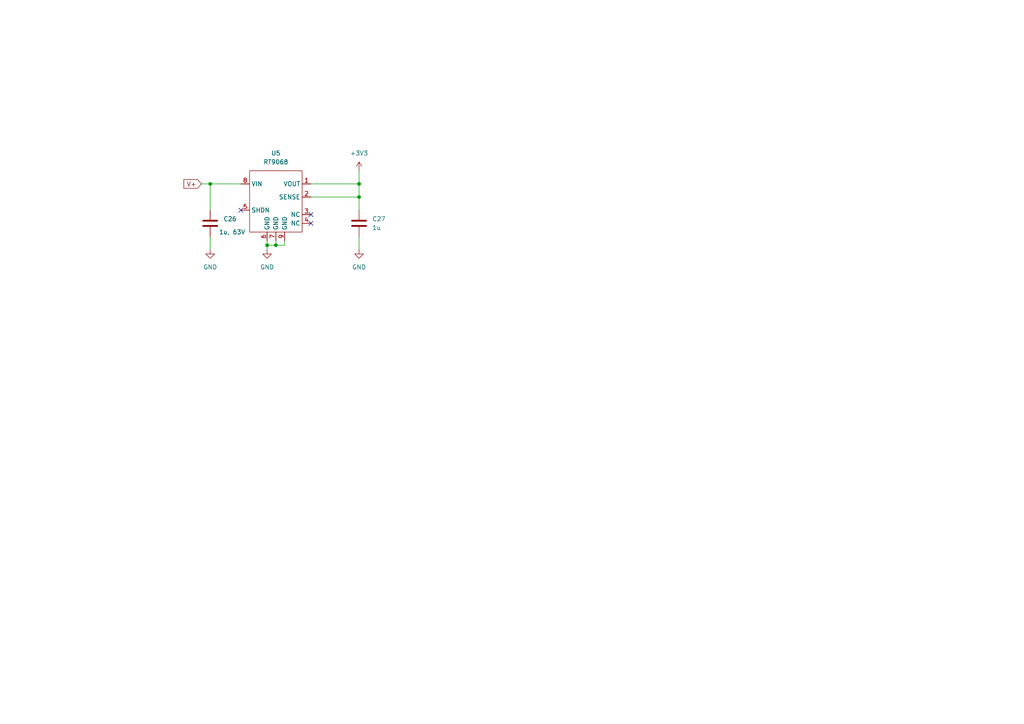
<source format=kicad_sch>
(kicad_sch (version 20211123) (generator eeschema)
  (paper "A4")
  (lib_symbols
    (symbol "Device:C" (pin_numbers hide) (pin_names (offset 0.254))
      (property "Reference" "C" (at 0.635 2.54 0))
      (property "Value" "C" (at 0.635 -2.54 0))
      (symbol "C_0_1"
        (polyline (pts (xy -2.032 -0.762) (xy 2.032 -0.762)) (stroke (width 0.508)))
        (polyline (pts (xy -2.032 0.762) (xy 2.032 0.762)) (stroke (width 0.508)))
      )
      (symbol "C_1_1"
        (pin passive line (at 0 3.81 270) (length 2.794) (name "~") (number "1"))
        (pin passive line (at 0 -3.81 90) (length 2.794) (name "~") (number "2"))
      )
    )
    (symbol "FLUX_BMS:RT9068"
      (property "Reference" "U" (at 0 0 0))
      (property "Value" "RT9068" (at 0 2.54 0))
      (symbol "RT9068_0_1"
        (rectangle (start -7.62 -1.27) (end 7.62 -19.05))
      )
      (symbol "RT9068_1_1"
        (pin output line (at 10.16 -5.08 180) (length 2.54) (name "VOUT") (number "1"))
        (pin output line (at 10.16 -8.89 180) (length 2.54) (name "SENSE") (number "2"))
        (pin output line (at 10.16 -13.97 180) (length 2.54) (name "NC") (number "3"))
        (pin output line (at 10.16 -16.51 180) (length 2.54) (name "NC") (number "4"))
        (pin output line (at -10.16 -12.7 0) (length 2.54) (name "SHDN") (number "5"))
        (pin input line (at -2.54 -21.59 90) (length 2.54) (name "GND") (number "6"))
        (pin input line (at 0 -21.59 90) (length 2.54) (name "GND") (number "7"))
        (pin input line (at -10.16 -5.08 0) (length 2.54) (name "VIN") (number "8"))
        (pin input line (at 2.54 -21.59 90) (length 2.54) (name "GND") (number "9"))
      )
    )
    (symbol "power:+3V3" (power) (pin_names (offset 0))
      (property "Value" "+3V3" (at 0 3.556 0))
      (symbol "+3V3_0_1"
        (polyline (pts (xy -0.762 1.27) (xy 0 2.54)))
        (polyline (pts (xy 0 0) (xy 0 2.54)))
        (polyline (pts (xy 0 2.54) (xy 0.762 1.27)))
      )
      (symbol "+3V3_1_1"
        (pin power_in line (at 0 0 90) (length 0) hide (name "+3V3") (number "1"))
      )
    )
    (symbol "power:GND" (power) (pin_names (offset 0))
      (property "Value" "GND" (at 0 -3.81 0))
      (symbol "GND_0_1"
        (polyline (pts (xy 0 0) (xy 0 -1.27) (xy 1.27 -1.27) (xy 0 -2.54) (xy -1.27 -1.27) (xy 0 -1.27)))
      )
      (symbol "GND_1_1"
        (pin power_in line (at 0 0 270) (length 0) hide (name "GND") (number "1"))
      )
    )
  )
  (junction (at 77.47 71.12))
  (junction (at 104.14 53.34))
  (junction (at 104.14 57.15))
  (junction (at 80.01 71.12))
  (junction (at 60.96 53.34))
  (no_connect (at 69.85 60.96))
  (no_connect (at 90.17 62.23))
  (no_connect (at 90.17 64.77))
  (wire (pts (xy 82.55 71.12) (xy 82.55 69.85)))
  (wire (pts (xy 60.96 68.58) (xy 60.96 72.39)))
  (wire (pts (xy 90.17 57.15) (xy 104.14 57.15)))
  (wire (pts (xy 104.14 57.15) (xy 104.14 60.96)))
  (wire (pts (xy 60.96 53.34) (xy 60.96 60.96)))
  (wire (pts (xy 77.47 69.85) (xy 77.47 71.12)))
  (wire (pts (xy 90.17 53.34) (xy 104.14 53.34)))
  (wire (pts (xy 77.47 71.12) (xy 77.47 72.39)))
  (wire (pts (xy 58.42 53.34) (xy 60.96 53.34)))
  (wire (pts (xy 80.01 71.12) (xy 82.55 71.12)))
  (wire (pts (xy 104.14 49.53) (xy 104.14 53.34)))
  (wire (pts (xy 104.14 53.34) (xy 104.14 57.15)))
  (wire (pts (xy 60.96 53.34) (xy 69.85 53.34)))
  (wire (pts (xy 104.14 68.58) (xy 104.14 72.39)))
  (wire (pts (xy 80.01 69.85) (xy 80.01 71.12)))
  (wire (pts (xy 77.47 71.12) (xy 80.01 71.12)))
  (global_label "V+" (shape input) (at 58.42 53.34 180) (property "Intersheet References" "${INTERSHEET_REFS}" (effects hide)))
  (symbol (lib_id "power:GND") (at 60.96 72.39 0) (unit 1)
    (property "Reference" "#PWR07" (effects hide))
    (property "Value" "GND" (at 60.96 77.47 0))
  )
  (symbol (lib_id "power:GND") (at 104.14 72.39 0) (unit 1)
    (property "Reference" "#PWR010" (effects hide))
    (property "Value" "GND" (at 104.14 77.47 0))
  )
  (symbol (lib_id "Device:C") (at 60.96 64.77 0) (unit 1)
    (property "Reference" "C26" (at 64.77 63.4999 0) (effects (justify left)))
    (property "Value" "1u, 63V" (at 63.5 67.31 0) (effects (justify left)))
    (property "Footprint" "Capacitor_SMD:C_1210_3225Metric" (effects hide))
  )
  (symbol (lib_id "power:+3V3") (at 104.14 49.53 0) (unit 1)
    (property "Reference" "#PWR09" (effects hide))
    (property "Value" "+3V3" (at 104.14 44.45 0))
  )
  (symbol (lib_id "FLUX_BMS:RT9068") (at 80.01 48.26 0) (unit 1)
    (property "Reference" "U5" (at 80.01 44.45 0))
    (property "Value" "RT9068" (at 80.01 46.99 0))
    (property "Footprint" "FLUX-BMS:SOP-8_3.9x4.9mm_P1.27mm_with_therma" (effects hide))
  )
  (symbol (lib_id "power:GND") (at 77.47 72.39 0) (unit 1)
    (property "Reference" "#PWR08" (effects hide))
    (property "Value" "GND" (at 77.47 77.47 0))
  )
  (symbol (lib_id "Device:C") (at 104.14 64.77 0) (unit 1)
    (property "Reference" "C27" (at 107.95 63.4999 0) (effects (justify left)))
    (property "Value" "1u" (at 107.95 66.0399 0) (effects (justify left)))
    (property "Footprint" "Capacitor_SMD:C_0603_1608Metric" (effects hide))
  )
)
</source>
